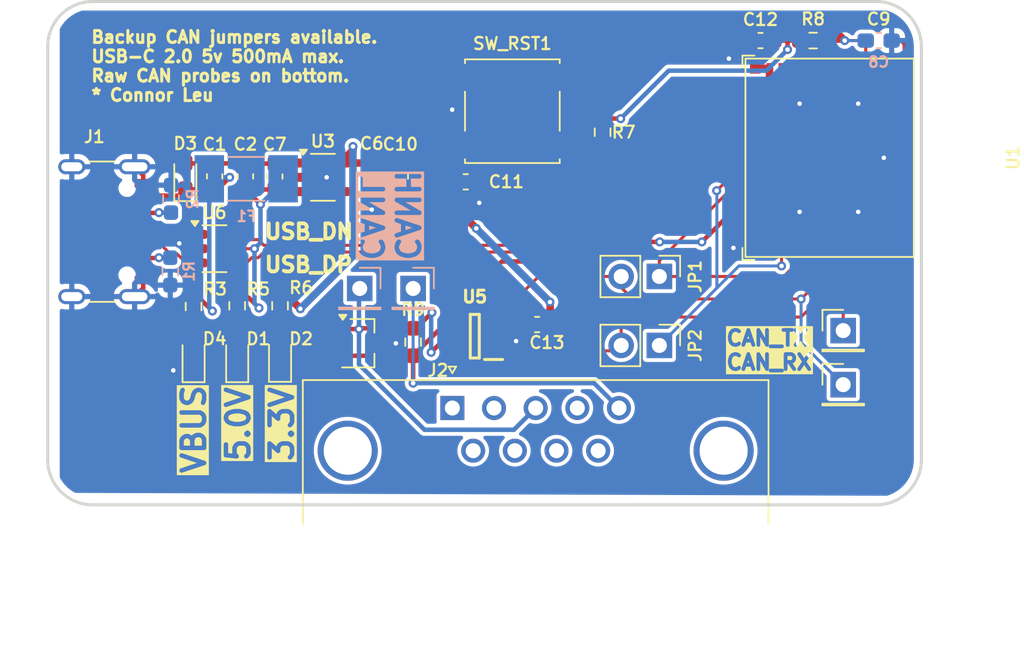
<source format=kicad_pcb>
(kicad_pcb (version 20241229) (generator "pcbnew") (generator_version "9.0")
  (layers (0 "F.Cu" signal) (2 "B.Cu" signal) (13 "F.Paste" user) (15 "B.Paste" user) (5 "F.SilkS" user "F.Silkscreen") (7 "B.SilkS" user "B.Silkscreen") (1 "F.Mask" user) (3 "B.Mask" user) (25 "Edge.Cuts" user))
  (net 0 "")
  (net 1 "GND")
  (net 2 "VBUS")
  (net 3 "+5V")
  (net 4 "+3V3")
  (net 5 "Net-(SW_RST1-B)")
  (net 6 "Net-(U1-EN{slash}CHIP_PU)")
  (net 7 "Net-(U5-VCC)")
  (net 8 "Net-(D1-A)")
  (net 9 "Net-(D2-A)")
  (net 10 "Net-(D4-A)")
  (net 11 "Net-(J1-CC2)")
  (net 13 "Net-(J1-D+-PadA6)")
  (net 15 "Net-(J1-CC1)")
  (net 16 "Net-(J1-D--PadA7)")
  (net 19 "CANL")
  (net 24 "CANH")
  (net 26 "CAN_RXD_BKP1")
  (net 27 "CAN_RXD")
  (net 28 "CAN_TXD_BKP1")
  (net 29 "CAN_TXD")
  (net 33 "CAN_FAULT")
  (net 44 "USB_DP")
  (net 52 "USB_DN")
  (footprint "Diode_SMD:D_0603_1608Metric_Pad1.05x0.95mm_HandSolder" (layer "F.Cu") (at 88.5 114.675 90)
    (property "Reference" "D1")
    (property "Value" "LED_5V")
  )
  (footprint "Capacitor_SMD:C_0603_1608Metric_Pad1.08x0.95mm_HandSolder" (layer "F.Cu") (at 99.35 102.65 -90)
    (property "Reference" "C10")
    (property "Value" "22u")
  )
  (footprint "Button_Switch_SMD:SW_SPST_B3S-1000" (layer "F.Cu") (at 106.8 98.3)
    (property "Reference" "SW_RST1")
    (property "Value" "SW_SPST")
  )
  (footprint "Connector_PinHeader_2.54mm:PinHeader_1x01_P2.54mm_Vertical" (layer "F.Cu") (at 128.8 112.9)
    (property "Reference" "TP5" (hide yes))
    (property "Value" "CAN_TX_TP")
  )
  (footprint "Connector_PinHeader_2.54mm:PinHeader_1x02_P2.54mm_Vertical" (layer "F.Cu") (at 116.575 113.89 -90)
    (property "Reference" "JP2")
    (property "Value" "CAN_TX_BKP_JMP")
  )
  (footprint "Connector_PinHeader_2.54mm:PinHeader_1x02_P2.54mm_Vertical" (layer "F.Cu") (at 116.575 109.3 -90)
    (property "Reference" "JP1")
    (property "Value" "CAN_RX_BKP_JMP")
  )
  (footprint "Resistor_SMD:R_0603_1608Metric_Pad0.98x0.95mm_HandSolder" (layer "F.Cu") (at 88.5 111.25 -90)
    (property "Reference" "R5")
    (property "Value" "500R")
  )
  (footprint "Resistor_SMD:R_0603_1608Metric_Pad0.98x0.95mm_HandSolder" (layer "F.Cu") (at 91.35 111.25 90)
    (property "Reference" "R6")
    (property "Value" "160R")
  )
  (footprint "Diode_SMD:D_0603_1608Metric_Pad1.05x0.95mm_HandSolder" (layer "F.Cu") (at 85.05 102.625 90)
    (property "Reference" "D3")
    (property "Value" "D_Zener")
  )
  (footprint "Capacitor_SMD:C_0603_1608Metric_Pad1.08x0.95mm_HandSolder" (layer "F.Cu") (at 108.45 112.5)
    (property "Reference" "C13")
    (property "Value" "10u")
  )
  (footprint "Capacitor_SMD:C_0603_1608Metric_Pad1.08x0.95mm_HandSolder" (layer "F.Cu") (at 91 102.65 90)
    (property "Reference" "C7")
    (property "Value" "1u")
  )
  (footprint "Diode_SMD:D_0603_1608Metric_Pad1.05x0.95mm_HandSolder" (layer "F.Cu") (at 91.35 114.65 90)
    (property "Reference" "D2")
    (property "Value" "LED_3V3")
  )
  (footprint "Connector_Dsub:DSUB-9_Pins_Horizontal_P2.77x2.84mm_EdgePinOffset4.94mm_Housed_MountingHolesOffset4.94mm" (layer "F.Cu") (at 102.81 118.054669)
    (property "Reference" "J2")
    (property "Value" "DE9_Pins")
  )
  (footprint "Capacitor_SMD:C_0603_1608Metric_Pad1.08x0.95mm_HandSolder" (layer "F.Cu") (at 131.1625 93.6)
    (property "Reference" "C9")
    (property "Value" "100n")
  )
  (footprint "UTSVT_Connectors:USB_C_Receptacle_GCT_USB4105-xx-A_16P_TopMnt_Horizontal" (layer "F.Cu") (at 78.575 106.32 -90)
    (property "Reference" "J1")
    (property "Value" "USB_C_Receptacle_USB2.0_16P")
  )
  (footprint "Resistor_SMD:R_0603_1608Metric_Pad0.98x0.95mm_HandSolder" (layer "F.Cu") (at 126.8 93.6)
    (property "Reference" "R8")
    (property "Value" "10k")
  )
  (footprint "Capacitor_SMD:C_0603_1608Metric_Pad1.08x0.95mm_HandSolder" (layer "F.Cu") (at 89.05 102.6375 90)
    (property "Reference" "C2")
    (property "Value" "100n")
  )
  (footprint "UTSVT_ICs:CDSOT23-T24CAN" (layer "F.Cu") (at 96.55 113.7425)
    (property "Reference" "U4" (hide yes))
    (property "Value" "CDSOT23-T24CAN")
  )
  (footprint "Capacitor_SMD:C_0603_1608Metric_Pad1.08x0.95mm_HandSolder" (layer "F.Cu") (at 123.3 93.6 180)
    (property "Reference" "C12")
    (property "Value" "10u")
  )
  (footprint "Diode_SMD:D_0603_1608Metric_Pad1.05x0.95mm_HandSolder" (layer "F.Cu") (at 85.6 114.675 90)
    (property "Reference" "D4")
    (property "Value" "LED_VBUS")
  )
  (footprint "Resistor_SMD:R_0603_1608Metric_Pad0.98x0.95mm_HandSolder" (layer "F.Cu") (at 100.2 113.6625 -90)
    (property "Reference" "R9")
    (property "Value" "120")
  )
  (footprint "Capacitor_SMD:C_0603_1608Metric_Pad1.08x0.95mm_HandSolder" (layer "F.Cu") (at 103.7 103)
    (property "Reference" "C11")
    (property "Value" "0.1u")
  )
  (footprint "Resistor_SMD:R_0603_1608Metric_Pad0.98x0.95mm_HandSolder" (layer "F.Cu") (at 112.8 99.7 90)
    (property "Reference" "R7")
    (property "Value" "0R")
  )
  (footprint "Resistor_SMD:R_0603_1608Metric_Pad0.98x0.95mm_HandSolder" (layer "F.Cu") (at 85.6 111.3 -90)
    (property "Reference" "R3")
    (property "Value" "500R")
  )
  (footprint "UTSVT_ICs:TCAN337DCNR" (layer "F.Cu") (at 104.3 113.275 180)
    (property "Reference" "U5")
    (property "Value" "TCAN337" (hide yes))
  )
  (footprint "Package_TO_SOT_SMD:SOT-23-5" (layer "F.Cu") (at 94.2 102.7)
    (property "Reference" "U3")
    (property "Value" "TLV70033_SOT23-5")
  )
  (footprint "Capacitor_SMD:C_0603_1608Metric_Pad1.08x0.95mm_HandSolder" (layer "F.Cu") (at 87 102.6375 90)
    (property "Reference" "C1")
    (property "Value" "10n")
  )
  (footprint "UTSVT_Special:ESP32-C6-MINI-1" (layer "F.Cu") (at 130.6 101.4 -90)
    (property "Reference" "U1")
    (property "Value" "ESP32-C6-MINI-1/U")
  )
  (footprint "Connector_PinHeader_2.54mm:PinHeader_1x01_P2.54mm_Vertical" (layer "F.Cu") (at 128.8 116.5)
    (property "Reference" "TP6" (hide yes))
    (property "Value" "CAN_RX_TP")
  )
  (footprint "Capacitor_SMD:C_0603_1608Metric_Pad1.08x0.95mm_HandSolder" (layer "F.Cu") (at 97.45 102.65 -90)
    (property "Reference" "C6")
    (property "Value" "1u")
  )
  (footprint "Package_TO_SOT_SMD:SOT-23-6" (layer "F.Cu") (at 86.9875 107.45)
    (property "Reference" "U6")
    (property "Value" "USBLC6-2SC6")
  )
  (footprint "Capacitor_SMD:C_0603_1608Metric_Pad1.08x0.95mm_HandSolder" (layer "B.Cu") (at 131.1625 93.6)
    (property "Reference" "C8")
    (property "Value" "100n")
  )
  (footprint "Resistor_SMD:R_0603_1608Metric_Pad0.98x0.95mm_HandSolder" (layer "B.Cu") (at 84.05 108.9625 -90)
    (property "Reference" "R1")
    (property "Value" "5k1")
  )
  (footprint "Connector_PinHeader_2.54mm:PinHeader_1x01_P2.54mm_Vertical" (layer "B.Cu") (at 100.2 110.1 180)
    (property "Reference" "TP3" (hide yes))
    (property "Value" "TP_CAN_L")
  )
  (footprint "Resistor_SMD:R_0603_1608Metric_Pad0.98x0.95mm_HandSolder" (layer "B.Cu") (at 84.1 104.1375 90)
    (property "Reference" "R2")
    (property "Value" "5k1")
  )
  (footprint "Connector_PinHeader_2.54mm:PinHeader_1x01_P2.54mm_Vertical" (layer "B.Cu") (at 96.65 110.1 180)
    (property "Reference" "TP4" (hide yes))
    (property "Value" "TP_CAN_H")
  )
  (footprint "Fuse:Fuse_Littelfuse-NANO2-451_453" (layer "B.Cu") (at 89.1 102.8)
    (property "Reference" "F1")
    (property "Value" "250mA Fuse")
  )
  (gr_arc (start 131 91) (mid 133.12132 91.87868) (end 134 94) (stroke (width 0.2)) (layer "Edge.Cuts"))
  (gr_arc (start 78.9 124.5) (mid 76.77868 123.62132) (end 75.9 121.5) (stroke (width 0.2)) (layer "Edge.Cuts"))
  (gr_line (start 75.9 121.5) (end 75.9 94) (stroke (width 0.2)) (layer "Edge.Cuts"))
  (gr_line (start 134 94) (end 134 121.5) (stroke (width 0.2)) (layer "Edge.Cuts"))
  (gr_arc (start 75.9 94) (mid 76.77868 91.87868) (end 78.9 91) (stroke (width 0.2)) (layer "Edge.Cuts"))
  (gr_line (start 78.9 91) (end 131 91) (stroke (width 0.2)) (layer "Edge.Cuts"))
  (gr_line (start 131 124.5) (end 78.9 124.5) (stroke (width 0.2)) (layer "Edge.Cuts"))
  (gr_arc (start 134 121.5) (mid 133.12132 123.62132) (end 131 124.5) (stroke (width 0.2)) (layer "Edge.Cuts"))
  (gr_text "CAN_TX\nCAN_RX" (at 120.9 115.6 0) (layer "F.SilkS" knockout) (effects (font (size 1 1) (thickness 0.25) (bold yes)) (justify left bottom)))
  (gr_text "VBUS" (at 86.5 122.55 90) (layer "F.SilkS" knockout) (effects (font (size 1.5 1.5) (thickness 0.3) (bold yes)) (justify left bottom)))
  (gr_text "Backup CAN jumpers available.\nUSB-C 2.0 5v 500mA max.\nRaw CAN probes on bottom.\n* Connor Leu" (at 78.7 97.7 0) (layer "F.SilkS") (effects (font (size 0.8 0.8) (thickness 0.2) (bold yes)) (justify left bottom)))
  (gr_text "USB_DP" (at 90.2 109.1 0) (layer "F.SilkS") (effects (font (size 1 1) (thickness 0.25) (bold yes)) (justify left bottom)))
  (gr_text "USB_DN" (at 90.2 106.9 0) (layer "F.SilkS") (effects (font (size 1 1) (thickness 0.25) (bold yes)) (justify left bottom)))
  (gr_text "5.0V" (at 89.45 121.75 90) (layer "F.SilkS" knockout) (effects (font (size 1.5 1.5) (thickness 0.3) (bold yes)) (justify left bottom)))
  (gr_text "3.3V" (at 92.35 121.75 90) (layer "F.SilkS" knockout) (effects (font (size 1.5 1.5) (thickness 0.3) (bold yes)) (justify left bottom)))
  (gr_text "CANH\nCANL" (at 96.5 108.4 270) (layer "B.SilkS" knockout) (effects (font (size 1.5 1.5) (thickness 0.3) (bold yes)) (justify left bottom mirror)))
  (segment (start 85.85 107.45) (end 84.998528 107.45) (width 0.2) (layer "F.Cu") (net 1))
  (segment (start 82.255 110.065) (end 81.68 110.64) (width 0.3) (layer "F.Cu") (net 1))
  (segment (start 85.05 101.75) (end 84.95 101.75) (width 0.3) (layer "F.Cu") (net 1))
  (segment (start 104.5625 104.3625) (end 104.6 104.4) (width 0.3) (layer "F.Cu") (net 1))
  (segment (start 84.95 101.75) (end 84.7 102) (width 0.3) (layer "F.Cu") (net 1))
  (segment (start 129.875 104.925) (end 129.8 105) (width 0.5) (layer "F.Cu") (net 1))
  (segment (start 122.95 107.35) (end 121.55 107.35) (width 0.5) (layer "F.Cu") (net 1))
  (segment (start 129.875 99.425) (end 129.875 103.375) (width 0.5) (layer "F.Cu") (net 1))
  (segment (start 82.255 109.52) (end 82.255 110.065) (width 0.3) (layer "F.Cu") (net 1))
  (segment (start 132.8 96.6) (end 132.8 107.3) (width 0.5) (layer "F.Cu") (net 1))
  (segment (start 99.0425 113.7425) (end 99.05 113.75) (width 0.3) (layer "F.Cu") (net 1))
  (segment (start 102.825 98.175) (end 102.8 98.2) (width 0.3) (layer "F.Cu") (net 1))
  (segment (start 132.6 93.6) (end 132.85 93.85) (width 0.2) (layer "F.Cu") (net 1))
  (segment (start 132.8 96.6) (end 132.8 95.5) (width 0.5) (layer "F.Cu") (net 1))
  (segment (start 99.35 103.5125) (end 97.45 103.5125) (width 0.3) (layer "F.Cu") (net 1))
  (segment (start 127.9 99.425) (end 127.9 103.375) (width 0.5) (layer "F.Cu") (net 1))
  (segment (start 88.5 115.55) (end 85.6 115.55) (width 0.3) (layer "F.Cu") (net 1))
  (segment (start 125.925 104.975) (end 125.9 105) (width 0.5) (layer "F.Cu") (net 1))
  (segment (start 105.55 113.6) (end 107.05 113.6) (width 0.2) (layer "F.Cu") (net 1))
  (segment (start 132.8 107.3) (end 132.85 107.35) (width 0.5) (layer "F.Cu") (net 1))
  (segment (start 124.7 98.2) (end 123 98.2) (width 0.5) (layer "F.Cu") (net 1))
  (segment (start 97.45 103.5125) (end 97.45 104.85) (width 0.3) (layer "F.Cu") (net 1))
  (segment (start 123.9 97.4) (end 124.7 98.2) (width 0.5) (layer "F.Cu") (net 1))
  (segment (start 88.525 115.525) (end 88.5 115.55) (width 0.3) (layer "F.Cu") (net 1))
  (segment (start 102.825 96.05) (end 110.775 96.05) (width 0.3) (layer "F.Cu") (net 1))
  (segment (start 85.075 101.775) (end 85.05 101.75) (width 0.3) (layer "F.Cu") (net 1))
  (segment (start 125.925 99.425) (end 124.7 98.2) (width 0.5) (layer "F.Cu") (net 1))
  (segment (start 129.875 97.875) (end 129.8 97.8) (width 0.5) (layer "F.Cu") (net 1))
  (segment (start 82.255 103.12) (end 82.255 102.575) (width 0.3) (layer "F.Cu") (net 1))
  (segment (start 93.0625 102.7) (end 94.45 102.7) (width 0.3) (layer "F.Cu") (net 1))
  (segment (start 104.5625 103) (end 104.5625 104.3625) (width 0.3) (layer "F.Cu") (net 1))
  (segment (start 82.255 102.575) (end 81.68 102) (width 0.3) (layer "F.Cu") (net 1))
  (segment (start 132.375 103.375) (end 132.8 103.8) (width 0.5) (layer "F.Cu") (net 1))
  (segment (start 132.025 93.6) (end 132.6 93.6) (width 0.2) (layer "F.Cu") (net 1))
  (segment (start 89.0625 101.7875) (end 89.05 101.775) (width 0.3) (layer "F.Cu") (net 1))
  (segment (start 129.875 103.375) (end 125.925 103.375) (width 0.5) (layer "F.Cu") (net 1))
  (segment (start 123.9 95.5) (end 123.9 97.4) (width 0.5) (layer "F.Cu") (net 1))
  (segment (start 132.375 99.425) (end 132.8 99) (width 0.5) (layer "F.Cu") (net 1))
  (segment (start 129.875 101.4) (end 131.5 101.4) (width 0.5) (layer "F.Cu") (net 1))
  (segment (start 84.7 102) (end 81.68 102) (width 0.3) (layer "F.Cu") (net 1))
  (segment (start 129.875 103.375) (end 129.875 104.925) (width 0.5) (layer "F.Cu") (net 1))
  (segment (start 125.925 99.425) (end 125.925 97.825) (width 0.5) (layer "F.Cu") (net 1))
  (segment (start 129.875 99.425) (end 129.875 97.875) (width 0.5) (layer "F.Cu") (net 1))
  (segment (start 85.6 115.55) (end 84.25 115.55) (width 0.3) (layer "F.Cu") (net 1))
  (segment (start 129.875 103.375) (end 132.375 103.375) (width 0.5) (layer "F.Cu") (net 1))
  (segment (start 97.75 113.7425) (end 99.0425 113.7425) (width 0.3) (layer "F.Cu") (net 1))
  (segment (start 91 101.7875) (end 89.0625 101.7875) (width 0.3) (layer "F.Cu") (net 1))
  (segment (start 125.925 101.4) (end 129.875 101.4) (width 0.5) (layer "F.Cu") (net 1))
  (segment (start 84.998528 107.45) (end 84.648528 107.1) (width 0.2) (layer "F.Cu") (net 1))
  (segment (start 132.8 95.5) (end 132.85 95.45) (width 0.5) (layer "F.Cu") (net 1))
  (segment (start 122.4 93.6) (end 121.2 94.8) (width 0.3) (layer "F.Cu") (net 1))
  (segment (start 87 101.775) (end 85.075 101.775) (width 0.3) (layer "F.Cu") (net 1))
  (segment (start 129.875 99.425) (end 132.375 99.425) (width 0.5) (layer "F.Cu") (net 1))
  (segment (start 125.925 99.425) (end 129.875 99.425) (width 0.5) (layer "F.Cu") (net 1))
  (segment (start 121.55 107.35) (end 121.5 107.4) (width 0.5) (layer "F.Cu") (net 1))
  (segment (start 131.1 95.5) (end 132.8 95.5) (width 0.5) (layer "F.Cu") (net 1))
  (segment (start 122.95 95.45) (end 123.85 95.45) (width 0.5) (layer "F.Cu") (net 1))
  (segment (start 89.05 101.775) (end 87 101.775) (width 0.3) (layer "F.Cu") (net 1))
  (segment (start 102.825 96.05) (end 102.825 98.175) (width 0.3) (layer "F.Cu") (net 1))
  (segment (start 125.925 103.375) (end 125.925 104.975) (width 0.5) (layer "F.Cu") (net 1))
  (segment (start 125.925 97.825) (end 125.9 97.8) (width 0.5) (layer "F.Cu") (net 1))
  (segment (start 91.35 115.525) (end 88.525 115.525) (width 0.3) (layer "F.Cu") (net 1))
  (segment (start 122.4375 93.6) (end 122.4 93.6) (width 0.3) (layer "F.Cu") (net 1))
  (segment (start 123.85 95.45) (end 123.9 95.5) (width 0.5) (layer "F.Cu") (net 1))
  (segment (start 132.85 93.85) (end 132.85 95.45) (width 0.2) (layer "F.Cu") (net 1))
  (segment (start 125.925 103.375) (end 125.925 99.425) (width 0.5) (layer "F.Cu") (net 1))
  (via (at 121.2 94.8) (size 0.6) (drill 0.3) (layers "F.Cu" "B.Cu") (net 1))
  (via (at 131.5 101.4) (size 0.6) (drill 0.3) (layers "F.Cu" "B.Cu") (net 1))
  (via (at 121.5 107.4) (size 0.6) (drill 0.3) (layers "F.Cu" "B.Cu") (net 1))
  (via (at 104.6 104.4) (size 0.6) (drill 0.3) (layers "F.Cu" "B.Cu") (net 1))
  (via (at 94.45 102.7) (size 0.6) (drill 0.3) (layers "F.Cu" "B.Cu") (net 1))
  (via (at 129.8 105) (size 0.6) (drill 0.3) (layers "F.Cu" "B.Cu") (net 1))
  (via (at 125.9 105) (size 0.6) (drill 0.3) (layers "F.Cu" "B.Cu") (net 1))
  (via (at 107.05 113.6) (size 0.6) (drill 0.3) (layers "F.Cu" "B.Cu") (net 1))
  (via (at 125.9 97.8) (size 0.6) (drill 0.3) (layers "F.Cu" "B.Cu") (net 1))
  (via (at 97.45 104.85) (size 0.6) (drill 0.3) (layers "F.Cu" "B.Cu") (net 1))
  (via (at 129.8 97.8) (size 0.6) (drill 0.3) (layers "F.Cu" "B.Cu") (net 1))
  (via (at 84.648528 107.1) (size 0.6) (drill 0.3) (layers "F.Cu" "B.Cu") (net 1))
  (via (at 102.8 98.2) (size 0.6) (drill 0.3) (layers "F.Cu" "B.Cu") (net 1))
  (via (at 84.25 115.55) (size 0.6) (drill 0.3) (layers "F.Cu" "B.Cu") (net 1))
  (via (at 99.05 113.75) (size 0.6) (drill 0.3) (layers "F.Cu" "B.Cu") (net 1))
  (segment (start 80.1 107.094534) (end 81.725466 108.72) (width 0.3) (layer "F.Cu") (net 2))
  (segment (start 85.6 110.3875) (end 85.6375 110.3875) (width 0.3) (layer "F.Cu") (net 2))
  (segment (start 81.716719 103.92) (end 80.1 105.536719) (width 0.3) (layer "F.Cu") (net 2))
  (segment (start 85.6375 110.3875) (end 86.85 111.6) (width 0.3) (layer "F.Cu") (net 2))
  (segment (start 81.725466 108.72) (end 82.255 108.72) (width 0.3) (layer "F.Cu") (net 2))
  (segment (start 84.63 103.92) (end 82.255 103.92) (width 0.3) (layer "F.Cu") (net 2))
  (segment (start 87.2 103.5) (end 88 102.7) (width 0.3) (layer "F.Cu") (net 2))
  (segment (start 87 103.5) (end 87.2 103.5) (width 0.3) (layer "F.Cu") (net 2))
  (segment (start 80.1 105.536719) (end 80.1 107.094534) (width 0.3) (layer "F.Cu") (net 2))
  (segment (start 82.255 103.92) (end 81.716719 103.92) (width 0.3) (layer "F.Cu") (net 2))
  (segment (start 85.05 103.5) (end 84.63 103.92) (width 0.3) (layer "F.Cu") (net 2))
  (segment (start 87 103.5) (end 85.05 103.5) (width 0.3) (layer "F.Cu") (net 2))
  (via (at 86.85 111.6) (size 0.6) (drill 0.3) (layers "F.Cu" "B.Cu") (net 2))
  (via (at 88 102.7) (size 0.6) (drill 0.3) (layers "F.Cu" "B.Cu") (net 2))
  (segment (start 86.85 111.6) (end 86.645 111.395) (width 0.3) (layer "B.Cu") (net 2))
  (segment (start 86.745 102.7) (end 86.645 102.8) (width 0.3) (layer "B.Cu") (net 2))
  (segment (start 88 102.7) (end 86.745 102.7) (width 0.3) (layer "B.Cu") (net 2))
  (segment (start 86.645 111.395) (end 86.645 102.8) (width 0.3) (layer "B.Cu") (net 2))
  (segment (start 88.125 107.45) (end 89.65 107.45) (width 0.2) (layer "F.Cu") (net 3))
  (segment (start 88.5 110.3375) (end 88.8875 110.3375) (width 0.3) (layer "F.Cu") (net 3))
  (segment (start 88.8875 110.3375) (end 89.95 111.4) (width 0.3) (layer "F.Cu") (net 3))
  (segment (start 92.925 103.5125) (end 93.0625 103.65) (width 0.3) (layer "F.Cu") (net 3))
  (segment (start 91 103.5125) (end 92.925 103.5125) (width 0.3) (layer "F.Cu") (net 3))
  (segment (start 93.0625 101.75) (end 92.413846 101.75) (width 0.3) (layer "F.Cu") (net 3))
  (segment (start 92.413846 101.75) (end 91 103.163846) (width 0.3) (layer "F.Cu") (net 3))
  (segment (start 90.05 104.5) (end 89.05 103.5) (width 0.3) (layer "F.Cu") (net 3))
  (segment (start 89.0625 103.5125) (end 89.05 103.5) (width 0.3) (layer "F.Cu") (net 3))
  (segment (start 91 103.163846) (end 91 103.5125) (width 0.3) (layer "F.Cu") (net 3))
  (segment (start 91 103.5125) (end 89.0625 103.5125) (width 0.3) (layer "F.Cu") (net 3))
  (via (at 89.65 107.45) (size 0.6) (drill 0.3) (layers "F.Cu" "B.Cu") (net 3))
  (via (at 90.05 104.5) (size 0.6) (drill 0.3) (layers "F.Cu" "B.Cu") (net 3))
  (via (at 89.95 111.4) (size 0.6) (drill 0.3) (layers "F.Cu" "B.Cu") (net 3))
  (segment (start 89.65 111.1) (end 89.65 107.45) (width 0.3) (layer "B.Cu") (net 3))
  (segment (start 91.555 102.8) (end 91.555 102.995) (width 0.3) (layer "B.Cu") (net 3))
  (segment (start 90.05 104.5) (end 90.05 107.05) (width 0.3) (layer "B.Cu") (net 3))
  (segment (start 90.05 107.05) (end 89.65 107.45) (width 0.3) (layer "B.Cu") (net 3))
  (segment (start 91.555 102.995) (end 90.05 104.5) (width 0.3) (layer "B.Cu") (net 3))
  (segment (start 89.95 111.4) (end 89.65 111.1) (width 0.3) (layer "B.Cu") (net 3))
  (segment (start 91.35 110.3375) (end 91.5875 110.3375) (width 0.5) (layer "F.Cu") (net 4))
  (segment (start 130.3 93.6) (end 130.3 95.5) (width 0.2) (layer "F.Cu") (net 4))
  (segment (start 100.0875 101.7875) (end 99.35 101.7875) (width 0.5) (layer "F.Cu") (net 4))
  (segment (start 130.3 93.6) (end 128.9 93.6) (width 0.2) (layer "F.Cu") (net 4))
  (segment (start 96.2 100.8875) (end 95.3375 101.75) (width 0.5) (layer "F.Cu") (net 4))
  (segment (start 109.3125 112.5) (end 109.3125 111.0125) (width 0.5) (layer "F.Cu") (net 4))
  (segment (start 95.3375 101.75) (end 97.4125 101.75) (width 0.5) (layer "F.Cu") (net 4))
  (segment (start 96.2 100.65) (end 96.2 100.8875) (width 0.5) (layer "F.Cu") (net 4))
  (segment (start 127.7125 93.6) (end 128.9 93.6) (width 0.3) (layer "F.Cu") (net 4))
  (segment (start 109.3125 111.0125) (end 109.3 111) (width 0.5) (layer "F.Cu") (net 4))
  (segment (start 97.4125 101.75) (end 97.45 101.7875) (width 0.5) (layer "F.Cu") (net 4))
  (segment (start 127.4 92.1) (end 128.9 93.6) (width 0.5) (layer "F.Cu") (net 4))
  (segment (start 102.3 92.1) (end 127.4 92.1) (width 0.5) (layer "F.Cu") (net 4))
  (segment (start 99.35 95.05) (end 102.3 92.1) (width 0.5) (layer "F.Cu") (net 4))
  (segment (start 91.5875 110.3375) (end 92.7 111.45) (width 0.5) (layer "F.Cu") (net 4))
  (segment (start 104.4 106.1) (end 100.0875 101.7875) (width 0.5) (layer "F.Cu") (net 4))
  (segment (start 99.35 101.7875) (end 99.35 95.05) (width 0.5) (layer "F.Cu") (net 4))
  (segment (start 99.35 101.7875) (end 97.45 101.7875) (width 0.5) (layer "F.Cu") (net 4))
  (via (at 128.9 93.6) (size 0.6) (drill 0.3) (layers "F.Cu" "B.Cu") (net 4))
  (via (at 104.4 106.1) (size 0.6) (drill 0.3) (layers "F.Cu" "B.Cu") (net 4))
  (via (at 92.7 111.45) (size 0.6) (drill 0.3) (layers "F.Cu" "B.Cu") (net 4))
  (via (at 96.2 100.65) (size 0.6) (drill 0.3) (layers "F.Cu" "B.Cu") (net 4))
  (via (at 109.3 111) (size 0.6) (drill 0.3) (layers "F.Cu" "B.Cu") (net 4))
  (segment (start 92.7 111.45) (end 96.2 107.95) (width 0.5) (layer "B.Cu") (net 4))
  (segment (start 128.9 93.6) (end 130.3 93.6) (width 0.2) (layer "B.Cu") (net 4))
  (segment (start 109.3 111) (end 104.4 106.1) (width 0.5) (layer "B.Cu") (net 4))
  (segment (start 96.2 107.95) (end 96.2 100.65) (width 0.5) (layer "B.Cu") (net 4))
  (segment (start 102.8375 100.5625) (end 102.825 100.55) (width 0.3) (layer "F.Cu") (net 5))
  (segment (start 110.8375 100.6125) (end 110.775 100.55) (width 0.3) (layer "F.Cu") (net 5))
  (segment (start 102.825 100.55) (end 110.775 100.55) (width 0.3) (layer "F.Cu") (net 5))
  (segment (start 102.8375 103) (end 102.8375 100.5625) (width 0.3) (layer "F.Cu") (net 5))
  (segment (start 112.8 100.6125) (end 110.8375 100.6125) (width 0.3) (layer "F.Cu") (net 5))
  (segment (start 124.1625 93.6) (end 125.1 93.6) (width 0.3) (layer "F.Cu") (net 6))
  (segment (start 126.3 94.0125) (end 126.3 95.5) (width 0.3) (layer "F.Cu") (net 6))
  (segment (start 125.8875 93.6) (end 126.3 94.0125) (width 0.3) (layer "F.Cu") (net 6))
  (segment (start 125.1 93.6) (end 125.8875 93.6) (width 0.3) (layer "F.Cu") (net 6))
  (segment (start 112.8 98.7875) (end 113.9875 98.7875) (width 0.3) (layer "F.Cu") (net 6))
  (segment (start 113.9875 98.7875) (end 114 98.8) (width 0.3) (layer "F.Cu") (net 6))
  (segment (start 125.1 94.2) (end 125.1 93.6) (width 0.3) (layer "F.Cu") (net 6))
  (via (at 114 98.8) (size 0.6) (drill 0.3) (layers "F.Cu" "B.Cu") (net 6))
  (via (at 125.1 94.2) (size 0.6) (drill 0.3) (layers "F.Cu" "B.Cu") (net 6))
  (segment (start 123.7 95.6) (end 125.1 94.2) (width 0.3) (layer "B.Cu") (net 6))
  (segment (start 117.2 95.6) (end 123.7 95.6) (width 0.3) (layer "B.Cu") (net 6))
  (segment (start 114 98.8) (end 117.2 95.6) (width 0.3) (layer "B.Cu") (net 6))
  (segment (start 105.55 112.95) (end 107.1375 112.95) (width 0.2) (layer "F.Cu") (net 7))
  (segment (start 107.1375 112.95) (end 107.5875 112.5) (width 0.2) (layer "F.Cu") (net 7))
  (segment (start 88.5 112.1625) (end 88.5 113.8) (width 0.3) (layer "F.Cu") (net 8))
  (segment (start 91.35 112.1625) (end 91.35 113.775) (width 0.3) (layer "F.Cu") (net 9))
  (segment (start 85.6 112.2125) (end 85.6 113.8) (width 0.3) (layer "F.Cu") (net 10))
  (segment (start 82.255 108.07) (end 83.28 108.07) (width 0.3) (layer "F.Cu") (net 11))
  (segment (start 83.28 108.07) (end 83.3 108.05) (width 0.3) (layer "F.Cu") (net 11))
  (via (at 83.3 108.05) (size 0.6) (drill 0.3) (layers "F.Cu" "B.Cu") (net 11))
  (segment (start 83.3 108.05) (end 84.05 108.05) (width 0.3) (layer "B.Cu") (net 11))
  (segment (start 82.255 107.07) (end 83.32 107.07) (width 0.2) (layer "F.Cu") (net 13))
  (segment (start 83.32 107.07) (end 84 107.75) (width 0.2) (layer "F.Cu") (net 13))
  (segment (start 81.646176 107.07) (end 82.255 107.07) (width 0.2) (layer "F.Cu") (net 13))
  (segment (start 81.379 106.337176) (end 81.379 106.802824) (width 0.2) (layer "F.Cu") (net 13))
  (segment (start 81.379 106.802824) (end 81.646176 107.07) (width 0.2) (layer "F.Cu") (net 13))
  (segment (start 85.1 108.4) (end 85.85 108.4) (width 0.2) (layer "F.Cu") (net 13))
  (segment (start 84.45 107.75) (end 85.1 108.4) (width 0.2) (layer "F.Cu") (net 13))
  (segment (start 84 107.75) (end 84.45 107.75) (width 0.2) (layer "F.Cu") (net 13))
  (segment (start 82.255 106.07) (end 81.646176 106.07) (width 0.2) (layer "F.Cu") (net 13))
  (segment (start 81.646176 106.07) (end 81.379 106.337176) (width 0.2) (layer "F.Cu") (net 13))
  (segment (start 83.28 105.07) (end 83.3 105.05) (width 0.3) (layer "F.Cu") (net 15))
  (segment (start 82.255 105.07) (end 83.28 105.07) (width 0.3) (layer "F.Cu") (net 15))
  (via (at 83.3 105.05) (size 0.6) (drill 0.3) (layers "F.Cu" "B.Cu") (net 15))
  (segment (start 83.3 105.05) (end 84.1 105.05) (width 0.3) (layer "B.Cu") (net 15))
  (segment (start 85.7 106.35) (end 85.85 106.5) (width 0.2) (layer "F.Cu") (net 16))
  (segment (start 82.255 105.57) (end 82.863824 105.57) (width 0.2) (layer "F.Cu") (net 16))
  (segment (start 83.131 105.837176) (end 83.131 106.05) (width 0.2) (layer "F.Cu") (net 16))
  (segment (start 83.131 106.05) (end 83.131 106.302824) (width 0.2) (layer "F.Cu") (net 16))
  (segment (start 82.863824 106.57) (end 82.255 106.57) (width 0.2) (layer "F.Cu") (net 16))
  (segment (start 83.25 106.05) (end 83.55 106.35) (width 0.2) (layer "F.Cu") (net 16))
  (segment (start 83.131 106.302824) (end 82.863824 106.57) (width 0.2) (layer "F.Cu") (net 16))
  (segment (start 82.863824 105.57) (end 83.131 105.837176) (width 0.2) (layer "F.Cu") (net 16))
  (segment (start 83.131 106.05) (end 83.25 106.05) (width 0.2) (layer "F.Cu") (net 16))
  (segment (start 83.55 106.35) (end 85.7 106.35) (width 0.2) (layer "F.Cu") (net 16))
  (segment (start 100.2 116.4) (end 100.2 114.575) (width 0.3) (layer "F.Cu") (net 19))
  (segment (start 101.825 112.95) (end 103.05 112.95) (width 0.3) (layer "F.Cu") (net 19))
  (segment (start 100.2 114.575) (end 95.4675 114.575) (width 0.3) (layer "F.Cu") (net 19))
  (segment (start 100.2 114.575) (end 101.825 112.95) (width 0.3) (layer "F.Cu") (net 19))
  (segment (start 95.4675 114.575) (end 95.35 114.6925) (width 0.3) (layer "F.Cu") (net 19))
  (via (at 100.2 116.4) (size 0.6) (drill 0.3) (layers "F.Cu" "B.Cu") (net 19))
  (segment (start 100.2 110.1) (end 100.2 116.4) (width 0.2) (layer "B.Cu") (net 19))
  (segment (start 113.89 118.054669) (end 112.235331 116.4) (width 0.3) (layer "B.Cu") (net 19))
  (segment (start 112.235331 116.4) (end 100.2 116.4) (width 0.3) (layer "B.Cu") (net 19))
  (segment (start 96.65 112.75) (end 96.6 112.8) (width 0.3) (layer "F.Cu") (net 24))
  (segment (start 95.3575 112.8) (end 95.35 112.7925) (width 0.3) (layer "F.Cu") (net 24))
  (segment (start 100.2 112.75) (end 96.65 112.75) (width 0.3) (layer "F.Cu") (net 24))
  (segment (start 102.15 113.6) (end 103.05 113.6) (width 0.3) (layer "F.Cu") (net 24))
  (segment (start 101.4 114.35) (end 102.15 113.6) (width 0.3) (layer "F.Cu") (net 24))
  (segment (start 100.4 112.75) (end 101.45 111.7) (width 0.3) (layer "F.Cu") (net 24))
  (segment (start 100.2 112.75) (end 100.4 112.75) (width 0.3) (layer "F.Cu") (net 24))
  (segment (start 96.6 112.8) (end 95.3575 112.8) (width 0.3) (layer "F.Cu") (net 24))
  (via (at 101.45 111.7) (size 0.6) (drill 0.3) (layers "F.Cu" "B.Cu") (net 24))
  (via (at 96.6 112.8) (size 0.6) (drill 0.3) (layers "F.Cu" "B.Cu") (net 24))
  (via (at 101.4 114.35) (size 0.6) (drill 0.3) (layers "F.Cu" "B.Cu") (net 24))
  (segment (start 96.6 112.8) (end 96.6 110.15) (width 0.3) (layer "B.Cu") (net 24))
  (segment (start 108.35 118.054669) (end 106.904669 119.5) (width 0.3) (layer "B.Cu") (net 24))
  (segment (start 101.4 111.75) (end 101.4 114.35) (width 0.3) (layer "B.Cu") (net 24))
  (segment (start 106.904669 119.5) (end 100.95 119.5) (width 0.3) (layer "B.Cu") (net 24))
  (segment (start 101.45 111.7) (end 101.4 111.75) (width 0.3) (layer "B.Cu") (net 24))
  (segment (start 100.95 119.5) (end 96.6 115.15) (width 0.3) (layer "B.Cu") (net 24))
  (segment (start 96.6 115.15) (end 96.6 112.8) (width 0.3) (layer "B.Cu") (net 24))
  (segment (start 96.6 110.15) (end 96.65 110.1) (width 0.3) (layer "B.Cu") (net 24))
  (segment (start 116.575 108.25) (end 121.825 103) (width 0.2) (layer "F.Cu") (net 26))
  (segment (start 116.575 109.3) (end 116.575 108.25) (width 0.2) (layer "F.Cu") (net 26))
  (segment (start 116.575 109.3) (end 124.849943 109.3) (width 0.2) (layer "F.Cu") (net 26))
  (segment (start 125.5 108.649943) (end 125.5 107.3) (width 0.2) (layer "F.Cu") (net 26))
  (segment (start 124.849943 109.3) (end 125.5 108.649943) (width 0.2) (layer "F.Cu") (net 26))
  (segment (start 121.825 103) (end 123 103) (width 0.2) (layer "F.Cu") (net 26))
  (segment (start 114.8 110.8) (end 126 110.8) (width 0.2) (layer "F.Cu") (net 27))
  (segment (start 108.55 109.3) (end 114.035 109.3) (width 0.2) (layer "F.Cu") (net 27))
  (segment (start 127.9 108.9) (end 127.9 107.3) (width 0.2) (layer "F.Cu") (net 27))
  (segment (start 114.035 110.035) (end 114.8 110.8) (width 0.2) (layer "F.Cu") (net 27))
  (segment (start 126 110.8) (end 127.9 108.9) (width 0.2) (layer "F.Cu") (net 27))
  (segment (start 114.035 109.3) (end 114.035 110.035) (width 0.2) (layer "F.Cu") (net 27))
  (segment (start 105.55 112.3) (end 108.55 109.3) (width 0.2) (layer "F.Cu") (net 27))
  (via (at 126 110.8) (size 0.6) (drill 0.3) (layers "F.Cu" "B.Cu") (net 27))
  (segment (start 126 113.7) (end 126 110.8) (width 0.2) (layer "B.Cu") (net 27))
  (segment (start 128.8 116.5) (end 126 113.7) (width 0.2) (layer "B.Cu") (net 27))
  (segment (start 121.77647 102.2) (end 123 102.2) (width 0.2) (layer "F.Cu") (net 28))
  (segment (start 124.7 108.6) (end 124.7 107.3) (width 0.2) (layer "F.Cu") (net 28))
  (segment (start 120.388235 103.588235) (end 121.77647 102.2) (width 0.2) (layer "F.Cu") (net 28))
  (via (at 124.7 108.6) (size 0.6) (drill 0.3) (layers "F.Cu" "B.Cu") (net 28))
  (via (at 120.388235 103.588235) (size 0.6) (drill 0.3) (layers "F.Cu" "B.Cu") (net 28))
  (segment (start 120.4 110.065) (end 120.3325 110.1325) (width 0.2) (layer "B.Cu") (net 28))
  (segment (start 120.388235 103.588235) (end 120.4 103.6) (width 0.2) (layer "B.Cu") (net 28))
  (segment (start 120.3325 110.1325) (end 121.865 108.6) (width 0.2) (layer "B.Cu") (net 28))
  (segment (start 121.865 108.6) (end 124.7 108.6) (width 0.2) (layer "B.Cu") (net 28))
  (segment (start 116.575 113.89) (end 120.3325 110.1325) (width 0.2) (layer "B.Cu") (net 28))
  (segment (start 120.4 103.6) (end 120.4 110.065) (width 0.2) (layer "B.Cu") (net 28))
  (segment (start 114.6 112) (end 126 112) (width 0.2) (layer "F.Cu") (net 29))
  (segment (start 128.7 109.3) (end 128.7 107.3) (width 0.2) (layer "F.Cu") (net 29))
  (segment (start 114.035 112.565) (end 114.6 112) (width 0.2) (layer "F.Cu") (net 29))
  (segment (start 128.8 109.4) (end 128.7 109.3) (width 0.2) (layer "F.Cu") (net 29))
  (segment (start 128.8 112.9) (end 128.8 109.4) (width 0.2) (layer "F.Cu") (net 29))
  (segment (start 114.035 113.89) (end 114.035 112.565) (width 0.2) (layer "F.Cu") (net 29))
  (segment (start 113.675 114.25) (end 114.035 113.89) (width 0.2) (layer "F.Cu") (net 29))
  (segment (start 126 112) (end 128.7 109.3) (width 0.2) (layer "F.Cu") (net 29))
  (segment (start 105.55 114.25) (end 113.675 114.25) (width 0.2) (layer "F.Cu") (net 29))
  (segment (start 121.8 104.6) (end 119.4 107) (width 0.3) (layer "F.Cu") (net 33))
  (segment (start 109.9 107) (end 108.6 108.3) (width 0.3) (layer "F.Cu") (net 33))
  (segment (start 123 104.6) (end 121.8 104.6) (width 0.3) (layer "F.Cu") (net 33))
  (segment (start 108.6 108.3) (end 106.1 108.3) (width 0.3) (layer "F.Cu") (net 33))
  (segment (start 116.6 107) (end 109.9 107) (width 0.3) (layer "F.Cu") (net 33))
  (segment (start 103.05 111.35) (end 103.05 112.3) (width 0.3) (layer "F.Cu") (net 33))
  (segment (start 106.1 108.3) (end 103.05 111.35) (width 0.3) (layer "F.Cu") (net 33))
  (via (at 119.4 107) (size 0.6) (drill 0.3) (layers "F.Cu" "B.Cu") (net 33))
  (via (at 116.6 107) (size 0.6) (drill 0.3) (layers "F.Cu" "B.Cu") (net 33))
  (segment (start 119.4 107) (end 116.6 107) (width 0.3) (layer "B.Cu") (net 33))
  (segment (start 114.793198 101.225) (end 122.224999 101.225) (width 0.2) (layer "F.Cu") (net 44))
  (segment (start 89.118751 108.4) (end 89.467751 108.051) (width 0.2) (layer "F.Cu") (net 44))
  (segment (start 88.125 108.4) (end 89.118751 108.4) (width 0.2) (layer "F.Cu") (net 44))
  (segment (start 108.343198 107.675) (end 114.793198 101.225) (width 0.2) (layer "F.Cu") (net 44))
  (segment (start 90.274943 107.675) (end 108.343198 107.675) (width 0.2) (layer "F.Cu") (net 44))
  (segment (start 89.467751 108.051) (end 89.898943 108.051) (width 0.2) (layer "F.Cu") (net 44))
  (segment (start 122.224999 101.225) (end 122.399999 101.4) (width 0.2) (layer "F.Cu") (net 44))
  (segment (start 89.898943 108.051) (end 90.274943 107.675) (width 0.2) (layer "F.Cu") (net 44))
  (segment (start 122.399999 101.4) (end 123 101.4) (width 0.2) (layer "F.Cu") (net 44))
  (segment (start 108.156802 107.225) (end 114.606802 100.775) (width 0.2) (layer "F.Cu") (net 52))
  (segment (start 122.224999 100.775) (end 122.399999 100.6) (width 0.2) (layer "F.Cu") (net 52))
  (segment (start 89.118751 106.5) (end 89.467751 106.849) (width 0.2) (layer "F.Cu") (net 52))
  (segment (start 88.125 106.5) (end 89.118751 106.5) (width 0.2) (layer "F.Cu") (net 52))
  (segment (start 89.467751 106.849) (end 89.898943 106.849) (width 0.2) (layer "F.Cu") (net 52))
  (segment (start 114.606802 100.775) (end 122.224999 100.775) (width 0.2) (layer "F.Cu") (net 52))
  (segment (start 90.274943 107.225) (end 108.156802 107.225) (width 0.2) (layer "F.Cu") (net 52))
  (segment (start 122.399999 100.6) (end 123 100.6) (width 0.2) (layer "F.Cu") (net 52))
  (segment (start 89.898943 106.849) (end 90.274943 107.225) (width 0.2) (layer "F.Cu") (net 52))
  (zone (net 1) (net_name "GND") (layer "B.Cu") (connect_pads (clearance 0.25)) (min_thickness 0.25) (fill yes (thermal_gap 0.35) (thermal_bridge_width 0.35))
    (polygon (pts (xy 76.7 123.7) (xy 133.6 123.9) (xy 133.6 91.6) (xy 76.7 91.6)))
  )
)
</source>
